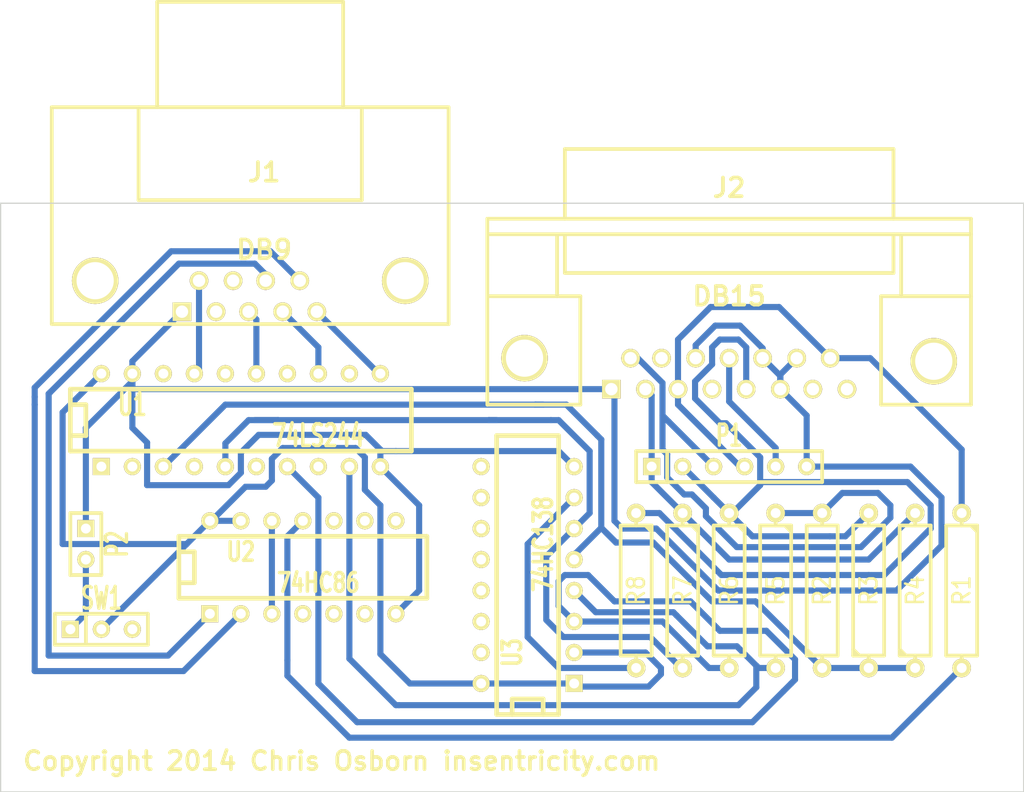
<source format=kicad_pcb>
(kicad_pcb (version 3) (host pcbnew "(2013-07-07 BZR 4022)-stable")

  (general
    (links 51)
    (no_connects 0)
    (area 91.389999 44.043599 175.310001 109.270001)
    (thickness 1.6)
    (drawings 5)
    (tracks 253)
    (zones 0)
    (modules 16)
    (nets 22)
  )

  (page A3)
  (layers
    (15 F.Cu signal)
    (0 B.Cu signal)
    (16 B.Adhes user)
    (17 F.Adhes user)
    (18 B.Paste user)
    (19 F.Paste user)
    (20 B.SilkS user)
    (21 F.SilkS user)
    (22 B.Mask user)
    (23 F.Mask user)
    (24 Dwgs.User user)
    (25 Cmts.User user)
    (26 Eco1.User user)
    (27 Eco2.User user)
    (28 Edge.Cuts user)
  )

  (setup
    (last_trace_width 0.5)
    (user_trace_width 0.5)
    (user_trace_width 0.7)
    (user_trace_width 1.27)
    (trace_clearance 0.254)
    (zone_clearance 0.508)
    (zone_45_only no)
    (trace_min 0.254)
    (segment_width 0.2)
    (edge_width 0.1)
    (via_size 0.889)
    (via_drill 0.635)
    (via_min_size 0.889)
    (via_min_drill 0.508)
    (user_via 1 0)
    (uvia_size 0.508)
    (uvia_drill 0.127)
    (uvias_allowed no)
    (uvia_min_size 0.508)
    (uvia_min_drill 0.127)
    (pcb_text_width 0.3)
    (pcb_text_size 1.5 1.5)
    (mod_edge_width 0.15)
    (mod_text_size 1 1)
    (mod_text_width 0.15)
    (pad_size 1.5 1.5)
    (pad_drill 0.6)
    (pad_to_mask_clearance 0)
    (aux_axis_origin 0 0)
    (visible_elements 7FFFFFFF)
    (pcbplotparams
      (layerselection 1)
      (usegerberextensions true)
      (excludeedgelayer true)
      (linewidth 0.150000)
      (plotframeref false)
      (viasonmask false)
      (mode 1)
      (useauxorigin false)
      (hpglpennumber 1)
      (hpglpenspeed 20)
      (hpglpendiameter 15)
      (hpglpenoverlay 2)
      (psnegative false)
      (psa4output false)
      (plotreference true)
      (plotvalue true)
      (plotothertext true)
      (plotinvisibletext false)
      (padsonsilk false)
      (subtractmaskfromsilk false)
      (outputformat 1)
      (mirror false)
      (drillshape 0)
      (scaleselection 1)
      (outputdirectory ""))
  )

  (net 0 "")
  (net 1 /B)
  (net 2 /Composite)
  (net 3 /G)
  (net 4 /HSYNC)
  (net 5 /Intensity)
  (net 6 /R)
  (net 7 /VSYNC)
  (net 8 GND)
  (net 9 N-000001)
  (net 10 N-0000011)
  (net 11 N-0000013)
  (net 12 N-0000014)
  (net 13 N-0000015)
  (net 14 N-000002)
  (net 15 N-0000023)
  (net 16 N-000004)
  (net 17 N-000005)
  (net 18 N-000006)
  (net 19 N-000007)
  (net 20 N-000008)
  (net 21 VCC)

  (net_class Default "This is the default net class."
    (clearance 0.254)
    (trace_width 0.254)
    (via_dia 0.889)
    (via_drill 0.635)
    (uvia_dia 0.508)
    (uvia_drill 0.127)
    (add_net "")
    (add_net /B)
    (add_net /Composite)
    (add_net /G)
    (add_net /HSYNC)
    (add_net /Intensity)
    (add_net /R)
    (add_net /VSYNC)
    (add_net GND)
    (add_net N-000001)
    (add_net N-0000011)
    (add_net N-0000013)
    (add_net N-0000014)
    (add_net N-0000015)
    (add_net N-000002)
    (add_net N-0000023)
    (add_net N-000004)
    (add_net N-000005)
    (add_net N-000006)
    (add_net N-000007)
    (add_net N-000008)
    (add_net VCC)
  )

  (module SIL-6 (layer F.Cu) (tedit 200000) (tstamp 53095415)
    (at 151.13 82.55)
    (descr "Connecteur 6 pins")
    (tags "CONN DEV")
    (path /53092E8D)
    (fp_text reference P1 (at 0 -2.54) (layer F.SilkS)
      (effects (font (size 1.72974 1.08712) (thickness 0.3048)))
    )
    (fp_text value CONN_6 (at 0 -2.54) (layer F.SilkS) hide
      (effects (font (size 1.524 1.016) (thickness 0.3048)))
    )
    (fp_line (start -7.62 1.27) (end -7.62 -1.27) (layer F.SilkS) (width 0.3048))
    (fp_line (start -7.62 -1.27) (end 7.62 -1.27) (layer F.SilkS) (width 0.3048))
    (fp_line (start 7.62 -1.27) (end 7.62 1.27) (layer F.SilkS) (width 0.3048))
    (fp_line (start 7.62 1.27) (end -7.62 1.27) (layer F.SilkS) (width 0.3048))
    (fp_line (start -5.08 1.27) (end -5.08 -1.27) (layer F.SilkS) (width 0.3048))
    (pad 1 thru_hole rect (at -6.35 0) (size 1.397 1.397) (drill 0.8128)
      (layers *.Cu *.Mask F.SilkS)
      (net 16 N-000004)
    )
    (pad 2 thru_hole circle (at -3.81 0) (size 1.397 1.397) (drill 0.8128)
      (layers *.Cu *.Mask F.SilkS)
      (net 19 N-000007)
    )
    (pad 3 thru_hole circle (at -1.27 0) (size 1.397 1.397) (drill 0.8128)
      (layers *.Cu *.Mask F.SilkS)
      (net 18 N-000006)
    )
    (pad 4 thru_hole circle (at 1.27 0) (size 1.397 1.397) (drill 0.8128)
      (layers *.Cu *.Mask F.SilkS)
      (net 9 N-000001)
    )
    (pad 5 thru_hole circle (at 3.81 0) (size 1.397 1.397) (drill 0.8128)
      (layers *.Cu *.Mask F.SilkS)
      (net 14 N-000002)
    )
    (pad 6 thru_hole circle (at 6.35 0) (size 1.397 1.397) (drill 0.8128)
      (layers *.Cu *.Mask F.SilkS)
      (net 8 GND)
    )
  )

  (module SIL-3 (layer F.Cu) (tedit 200000) (tstamp 53095421)
    (at 99.695 95.885)
    (descr "Connecteur 3 pins")
    (tags "CONN DEV")
    (path /53094DD2)
    (fp_text reference SW1 (at 0 -2.54) (layer F.SilkS)
      (effects (font (size 1.7907 1.07696) (thickness 0.3048)))
    )
    (fp_text value SPST (at 0 -2.54) (layer F.SilkS) hide
      (effects (font (size 1.524 1.016) (thickness 0.3048)))
    )
    (fp_line (start -3.81 1.27) (end -3.81 -1.27) (layer F.SilkS) (width 0.3048))
    (fp_line (start -3.81 -1.27) (end 3.81 -1.27) (layer F.SilkS) (width 0.3048))
    (fp_line (start 3.81 -1.27) (end 3.81 1.27) (layer F.SilkS) (width 0.3048))
    (fp_line (start 3.81 1.27) (end -3.81 1.27) (layer F.SilkS) (width 0.3048))
    (fp_line (start -1.27 -1.27) (end -1.27 1.27) (layer F.SilkS) (width 0.3048))
    (pad 1 thru_hole rect (at -2.54 0) (size 1.397 1.397) (drill 0.8128)
      (layers *.Cu *.Mask F.SilkS)
      (net 20 N-000008)
    )
    (pad 2 thru_hole circle (at 0 0) (size 1.397 1.397) (drill 0.8128)
      (layers *.Cu *.Mask F.SilkS)
      (net 21 VCC)
    )
    (pad 3 thru_hole circle (at 2.54 0) (size 1.397 1.397) (drill 0.8128)
      (layers *.Cu *.Mask F.SilkS)
    )
  )

  (module SIL-2 (layer F.Cu) (tedit 200000) (tstamp 5309542B)
    (at 98.425 88.9 270)
    (descr "Connecteurs 2 pins")
    (tags "CONN DEV")
    (path /53094DE5)
    (fp_text reference P2 (at 0 -2.54 270) (layer F.SilkS)
      (effects (font (size 1.72974 1.08712) (thickness 0.3048)))
    )
    (fp_text value CONN_2 (at 0 -2.54 270) (layer F.SilkS) hide
      (effects (font (size 1.524 1.016) (thickness 0.3048)))
    )
    (fp_line (start -2.54 1.27) (end -2.54 -1.27) (layer F.SilkS) (width 0.3048))
    (fp_line (start -2.54 -1.27) (end 2.54 -1.27) (layer F.SilkS) (width 0.3048))
    (fp_line (start 2.54 -1.27) (end 2.54 1.27) (layer F.SilkS) (width 0.3048))
    (fp_line (start 2.54 1.27) (end -2.54 1.27) (layer F.SilkS) (width 0.3048))
    (pad 1 thru_hole rect (at -1.27 0 270) (size 1.397 1.397) (drill 0.8128)
      (layers *.Cu *.Mask F.SilkS)
      (net 8 GND)
    )
    (pad 2 thru_hole circle (at 1.27 0 270) (size 1.397 1.397) (drill 0.8128)
      (layers *.Cu *.Mask F.SilkS)
      (net 20 N-000008)
    )
  )

  (module DB9FC (layer F.Cu) (tedit 200000) (tstamp 53095500)
    (at 111.76 68.58)
    (descr "Connecteur DB9 femelle couche")
    (tags "CONN DB9")
    (path /53092AE1)
    (fp_text reference J1 (at 1.27 -10.16) (layer F.SilkS)
      (effects (font (size 1.524 1.524) (thickness 0.3048)))
    )
    (fp_text value DB9 (at 1.27 -3.81) (layer F.SilkS)
      (effects (font (size 1.524 1.524) (thickness 0.3048)))
    )
    (fp_line (start -16.129 2.286) (end 16.383 2.286) (layer F.SilkS) (width 0.3048))
    (fp_line (start 16.383 2.286) (end 16.383 -15.494) (layer F.SilkS) (width 0.3048))
    (fp_line (start 16.383 -15.494) (end -16.129 -15.494) (layer F.SilkS) (width 0.3048))
    (fp_line (start -16.129 -15.494) (end -16.129 2.286) (layer F.SilkS) (width 0.3048))
    (fp_line (start -9.017 -15.494) (end -9.017 -7.874) (layer F.SilkS) (width 0.3048))
    (fp_line (start -9.017 -7.874) (end 9.271 -7.874) (layer F.SilkS) (width 0.3048))
    (fp_line (start 9.271 -7.874) (end 9.271 -15.494) (layer F.SilkS) (width 0.3048))
    (fp_line (start -7.493 -15.494) (end -7.493 -24.13) (layer F.SilkS) (width 0.3048))
    (fp_line (start -7.493 -24.13) (end 7.747 -24.13) (layer F.SilkS) (width 0.3048))
    (fp_line (start 7.747 -24.13) (end 7.747 -15.494) (layer F.SilkS) (width 0.3048))
    (pad "" thru_hole circle (at 12.827 -1.27) (size 3.81 3.81) (drill 3.048)
      (layers *.Cu *.Mask F.SilkS)
    )
    (pad "" thru_hole circle (at -12.573 -1.27) (size 3.81 3.81) (drill 3.048)
      (layers *.Cu *.Mask F.SilkS)
    )
    (pad 1 thru_hole rect (at -5.461 1.27) (size 1.524 1.524) (drill 1.016)
      (layers *.Cu *.Mask F.SilkS)
      (net 8 GND)
    )
    (pad 2 thru_hole circle (at -2.667 1.27) (size 1.524 1.524) (drill 1.016)
      (layers *.Cu *.Mask F.SilkS)
    )
    (pad 3 thru_hole circle (at 0 1.27) (size 1.524 1.524) (drill 1.016)
      (layers *.Cu *.Mask F.SilkS)
      (net 6 /R)
    )
    (pad 4 thru_hole circle (at 2.794 1.27) (size 1.524 1.524) (drill 1.016)
      (layers *.Cu *.Mask F.SilkS)
      (net 3 /G)
    )
    (pad 5 thru_hole circle (at 5.588 1.27) (size 1.524 1.524) (drill 1.016)
      (layers *.Cu *.Mask F.SilkS)
      (net 1 /B)
    )
    (pad 6 thru_hole circle (at -4.064 -1.27) (size 1.524 1.524) (drill 1.016)
      (layers *.Cu *.Mask F.SilkS)
      (net 5 /Intensity)
    )
    (pad 7 thru_hole circle (at -1.27 -1.27) (size 1.524 1.524) (drill 1.016)
      (layers *.Cu *.Mask F.SilkS)
    )
    (pad 8 thru_hole circle (at 1.397 -1.27) (size 1.524 1.524) (drill 1.016)
      (layers *.Cu *.Mask F.SilkS)
      (net 4 /HSYNC)
    )
    (pad 9 thru_hole circle (at 4.191 -1.27) (size 1.524 1.524) (drill 1.016)
      (layers *.Cu *.Mask F.SilkS)
      (net 7 /VSYNC)
    )
    (model conn_DBxx/db9_female_pin90deg.wrl
      (at (xyz 0 0 0))
      (scale (xyz 1 1 1))
      (rotate (xyz 0 0 0))
    )
  )

  (module DB15FC (layer F.Cu) (tedit 200000) (tstamp 53095528)
    (at 151.13 74.93)
    (descr "Connecteur DB15 femelle couche")
    (tags "CONN DB15")
    (path /53092E7E)
    (fp_text reference J2 (at 0 -15.24) (layer F.SilkS)
      (effects (font (size 1.524 1.524) (thickness 0.3048)))
    )
    (fp_text value DB15 (at 0 -6.35) (layer F.SilkS)
      (effects (font (size 1.524 1.524) (thickness 0.3048)))
    )
    (fp_line (start 19.812 -11.43) (end -19.812 -11.43) (layer F.SilkS) (width 0.3048))
    (fp_line (start 19.812 -12.7) (end -19.812 -12.7) (layer F.SilkS) (width 0.3048))
    (fp_line (start 13.462 -8.255) (end -13.462 -8.255) (layer F.SilkS) (width 0.3048))
    (fp_line (start -13.462 -18.415) (end 13.462 -18.415) (layer F.SilkS) (width 0.3048))
    (fp_line (start 13.462 -12.7) (end 13.462 -18.415) (layer F.SilkS) (width 0.3048))
    (fp_line (start 13.462 -8.255) (end 13.462 -11.43) (layer F.SilkS) (width 0.3048))
    (fp_line (start 14.097 -6.35) (end 14.097 -11.43) (layer F.SilkS) (width 0.3048))
    (fp_line (start 12.446 -6.35) (end 19.812 -6.35) (layer F.SilkS) (width 0.3048))
    (fp_line (start 12.446 2.54) (end 12.446 -6.35) (layer F.SilkS) (width 0.3048))
    (fp_line (start 19.812 2.54) (end 12.446 2.54) (layer F.SilkS) (width 0.3048))
    (fp_line (start 19.812 2.54) (end 19.812 -12.7) (layer F.SilkS) (width 0.3048))
    (fp_line (start -14.097 -11.43) (end -14.097 -6.35) (layer F.SilkS) (width 0.3048))
    (fp_line (start -12.192 -6.35) (end -12.192 2.54) (layer F.SilkS) (width 0.3048))
    (fp_line (start -19.812 2.54) (end -19.812 -11.43) (layer F.SilkS) (width 0.3048))
    (fp_line (start -19.812 -6.35) (end -12.192 -6.35) (layer F.SilkS) (width 0.3048))
    (fp_line (start -13.462 -8.255) (end -13.462 -11.43) (layer F.SilkS) (width 0.3048))
    (fp_line (start -13.462 -18.415) (end -13.462 -12.7) (layer F.SilkS) (width 0.3048))
    (fp_line (start -19.812 -12.7) (end -19.812 -11.43) (layer F.SilkS) (width 0.3048))
    (fp_line (start -19.812 2.54) (end -12.192 2.54) (layer F.SilkS) (width 0.3048))
    (pad "" thru_hole circle (at 16.764 -1.016) (size 3.81 3.81) (drill 3.048)
      (layers *.Cu *.Mask F.SilkS)
    )
    (pad "" thru_hole circle (at -16.764 -1.27) (size 3.81 3.81) (drill 3.048)
      (layers *.Cu *.Mask F.SilkS)
    )
    (pad 1 thru_hole rect (at -9.652 1.27) (size 1.524 1.524) (drill 1.016)
      (layers *.Cu *.Mask F.SilkS)
      (net 8 GND)
    )
    (pad 2 thru_hole circle (at -6.858 1.27) (size 1.524 1.524) (drill 1.016)
      (layers *.Cu *.Mask F.SilkS)
      (net 16 N-000004)
    )
    (pad 3 thru_hole circle (at -4.191 1.27) (size 1.524 1.524) (drill 1.016)
      (layers *.Cu *.Mask F.SilkS)
      (net 9 N-000001)
    )
    (pad 4 thru_hole circle (at -1.397 1.27) (size 1.524 1.524) (drill 1.016)
      (layers *.Cu *.Mask F.SilkS)
    )
    (pad 5 thru_hole circle (at 1.397 1.27) (size 1.524 1.524) (drill 1.016)
      (layers *.Cu *.Mask F.SilkS)
      (net 19 N-000007)
    )
    (pad 6 thru_hole circle (at 4.191 1.27) (size 1.524 1.524) (drill 1.016)
      (layers *.Cu *.Mask F.SilkS)
      (net 8 GND)
    )
    (pad 7 thru_hole circle (at 6.858 1.27) (size 1.524 1.524) (drill 1.016)
      (layers *.Cu *.Mask F.SilkS)
    )
    (pad 8 thru_hole circle (at 9.652 1.27) (size 1.524 1.524) (drill 1.016)
      (layers *.Cu *.Mask F.SilkS)
    )
    (pad 9 thru_hole circle (at -8.0772 -1.27) (size 1.524 1.524) (drill 1.016)
      (layers *.Cu *.Mask F.SilkS)
      (net 18 N-000006)
    )
    (pad 10 thru_hole circle (at -5.5372 -1.27) (size 1.524 1.524) (drill 1.016)
      (layers *.Cu *.Mask F.SilkS)
    )
    (pad 11 thru_hole circle (at -2.7432 -1.27) (size 1.524 1.524) (drill 1.016)
      (layers *.Cu *.Mask F.SilkS)
      (net 8 GND)
    )
    (pad 12 thru_hole circle (at 0 -1.27) (size 1.524 1.524) (drill 1.016)
      (layers *.Cu *.Mask F.SilkS)
      (net 14 N-000002)
    )
    (pad 13 thru_hole circle (at 2.7432 -1.27) (size 1.524 1.524) (drill 1.016)
      (layers *.Cu *.Mask F.SilkS)
      (net 8 GND)
    )
    (pad 14 thru_hole circle (at 5.5372 -1.27) (size 1.524 1.524) (drill 1.016)
      (layers *.Cu *.Mask F.SilkS)
      (net 8 GND)
    )
    (pad 15 thru_hole circle (at 8.2804 -1.27) (size 1.524 1.524) (drill 1.016)
      (layers *.Cu *.Mask F.SilkS)
      (net 9 N-000001)
    )
    (model conn_DBxx/db15_female_pin90deg.wrl
      (at (xyz 0 0 0))
      (scale (xyz 1 1 1))
      (rotate (xyz 0 0 0))
    )
  )

  (module R5 (layer F.Cu) (tedit 200000) (tstamp 53095438)
    (at 154.94 92.71 270)
    (descr "Resistance 5 pas")
    (tags R)
    (path /530921B3)
    (autoplace_cost180 10)
    (fp_text reference R5 (at 0 0 270) (layer F.SilkS)
      (effects (font (size 1.397 1.27) (thickness 0.2032)))
    )
    (fp_text value 470 (at 0 0 270) (layer F.SilkS) hide
      (effects (font (size 1.397 1.27) (thickness 0.2032)))
    )
    (fp_line (start -6.35 0) (end -5.334 0) (layer F.SilkS) (width 0.3048))
    (fp_line (start 6.35 0) (end 5.334 0) (layer F.SilkS) (width 0.3048))
    (fp_line (start 5.334 -1.27) (end 5.334 1.27) (layer F.SilkS) (width 0.3048))
    (fp_line (start 5.334 1.27) (end -5.334 1.27) (layer F.SilkS) (width 0.3048))
    (fp_line (start -5.334 1.27) (end -5.334 -1.27) (layer F.SilkS) (width 0.3048))
    (fp_line (start -5.334 -1.27) (end 5.334 -1.27) (layer F.SilkS) (width 0.3048))
    (fp_line (start -5.334 -0.762) (end -4.826 -1.27) (layer F.SilkS) (width 0.3048))
    (pad 1 thru_hole circle (at -6.35 0 270) (size 1.524 1.524) (drill 0.8128)
      (layers *.Cu *.Mask F.SilkS)
      (net 18 N-000006)
    )
    (pad 2 thru_hole circle (at 6.35 0 270) (size 1.524 1.524) (drill 0.8128)
      (layers *.Cu *.Mask F.SilkS)
      (net 13 N-0000015)
    )
    (model discret/resistor.wrl
      (at (xyz 0 0 0))
      (scale (xyz 0.5 0.5 0.5))
      (rotate (xyz 0 0 0))
    )
  )

  (module R5 (layer F.Cu) (tedit 200000) (tstamp 53095445)
    (at 151.13 92.71 270)
    (descr "Resistance 5 pas")
    (tags R)
    (path /530921C9)
    (autoplace_cost180 10)
    (fp_text reference R6 (at 0 0 270) (layer F.SilkS)
      (effects (font (size 1.397 1.27) (thickness 0.2032)))
    )
    (fp_text value 470 (at 0 0 270) (layer F.SilkS) hide
      (effects (font (size 1.397 1.27) (thickness 0.2032)))
    )
    (fp_line (start -6.35 0) (end -5.334 0) (layer F.SilkS) (width 0.3048))
    (fp_line (start 6.35 0) (end 5.334 0) (layer F.SilkS) (width 0.3048))
    (fp_line (start 5.334 -1.27) (end 5.334 1.27) (layer F.SilkS) (width 0.3048))
    (fp_line (start 5.334 1.27) (end -5.334 1.27) (layer F.SilkS) (width 0.3048))
    (fp_line (start -5.334 1.27) (end -5.334 -1.27) (layer F.SilkS) (width 0.3048))
    (fp_line (start -5.334 -1.27) (end 5.334 -1.27) (layer F.SilkS) (width 0.3048))
    (fp_line (start -5.334 -0.762) (end -4.826 -1.27) (layer F.SilkS) (width 0.3048))
    (pad 1 thru_hole circle (at -6.35 0 270) (size 1.524 1.524) (drill 0.8128)
      (layers *.Cu *.Mask F.SilkS)
      (net 19 N-000007)
    )
    (pad 2 thru_hole circle (at 6.35 0 270) (size 1.524 1.524) (drill 0.8128)
      (layers *.Cu *.Mask F.SilkS)
      (net 12 N-0000014)
    )
    (model discret/resistor.wrl
      (at (xyz 0 0 0))
      (scale (xyz 0.5 0.5 0.5))
      (rotate (xyz 0 0 0))
    )
  )

  (module R5 (layer F.Cu) (tedit 200000) (tstamp 53095452)
    (at 147.32 92.71 270)
    (descr "Resistance 5 pas")
    (tags R)
    (path /530921D8)
    (autoplace_cost180 10)
    (fp_text reference R7 (at 0 0 270) (layer F.SilkS)
      (effects (font (size 1.397 1.27) (thickness 0.2032)))
    )
    (fp_text value 470 (at 0 0 270) (layer F.SilkS) hide
      (effects (font (size 1.397 1.27) (thickness 0.2032)))
    )
    (fp_line (start -6.35 0) (end -5.334 0) (layer F.SilkS) (width 0.3048))
    (fp_line (start 6.35 0) (end 5.334 0) (layer F.SilkS) (width 0.3048))
    (fp_line (start 5.334 -1.27) (end 5.334 1.27) (layer F.SilkS) (width 0.3048))
    (fp_line (start 5.334 1.27) (end -5.334 1.27) (layer F.SilkS) (width 0.3048))
    (fp_line (start -5.334 1.27) (end -5.334 -1.27) (layer F.SilkS) (width 0.3048))
    (fp_line (start -5.334 -1.27) (end 5.334 -1.27) (layer F.SilkS) (width 0.3048))
    (fp_line (start -5.334 -0.762) (end -4.826 -1.27) (layer F.SilkS) (width 0.3048))
    (pad 1 thru_hole circle (at -6.35 0 270) (size 1.524 1.524) (drill 0.8128)
      (layers *.Cu *.Mask F.SilkS)
      (net 16 N-000004)
    )
    (pad 2 thru_hole circle (at 6.35 0 270) (size 1.524 1.524) (drill 0.8128)
      (layers *.Cu *.Mask F.SilkS)
      (net 11 N-0000013)
    )
    (model discret/resistor.wrl
      (at (xyz 0 0 0))
      (scale (xyz 0.5 0.5 0.5))
      (rotate (xyz 0 0 0))
    )
  )

  (module R5 (layer F.Cu) (tedit 200000) (tstamp 5309545F)
    (at 158.75 92.71 90)
    (descr "Resistance 5 pas")
    (tags R)
    (path /530922A4)
    (autoplace_cost180 10)
    (fp_text reference R2 (at 0 0 90) (layer F.SilkS)
      (effects (font (size 1.397 1.27) (thickness 0.2032)))
    )
    (fp_text value 1.5k (at 0 0 90) (layer F.SilkS) hide
      (effects (font (size 1.397 1.27) (thickness 0.2032)))
    )
    (fp_line (start -6.35 0) (end -5.334 0) (layer F.SilkS) (width 0.3048))
    (fp_line (start 6.35 0) (end 5.334 0) (layer F.SilkS) (width 0.3048))
    (fp_line (start 5.334 -1.27) (end 5.334 1.27) (layer F.SilkS) (width 0.3048))
    (fp_line (start 5.334 1.27) (end -5.334 1.27) (layer F.SilkS) (width 0.3048))
    (fp_line (start -5.334 1.27) (end -5.334 -1.27) (layer F.SilkS) (width 0.3048))
    (fp_line (start -5.334 -1.27) (end 5.334 -1.27) (layer F.SilkS) (width 0.3048))
    (fp_line (start -5.334 -0.762) (end -4.826 -1.27) (layer F.SilkS) (width 0.3048))
    (pad 1 thru_hole circle (at -6.35 0 90) (size 1.524 1.524) (drill 0.8128)
      (layers *.Cu *.Mask F.SilkS)
      (net 15 N-0000023)
    )
    (pad 2 thru_hole circle (at 6.35 0 90) (size 1.524 1.524) (drill 0.8128)
      (layers *.Cu *.Mask F.SilkS)
      (net 18 N-000006)
    )
    (model discret/resistor.wrl
      (at (xyz 0 0 0))
      (scale (xyz 0.5 0.5 0.5))
      (rotate (xyz 0 0 0))
    )
  )

  (module R5 (layer F.Cu) (tedit 53098EC5) (tstamp 5309546C)
    (at 162.56 92.71 90)
    (descr "Resistance 5 pas")
    (tags R)
    (path /530922B3)
    (autoplace_cost180 10)
    (fp_text reference R3 (at 0 0 90) (layer F.SilkS)
      (effects (font (size 1.397 1.27) (thickness 0.2032)))
    )
    (fp_text value 1.5k (at 0 0 90) (layer F.SilkS) hide
      (effects (font (size 1.397 1.27) (thickness 0.2032)))
    )
    (fp_line (start -6.35 0) (end -5.334 0) (layer F.SilkS) (width 0.3048))
    (fp_line (start 6.35 0) (end 5.334 0) (layer F.SilkS) (width 0.3048))
    (fp_line (start 5.334 -1.27) (end 5.334 1.27) (layer F.SilkS) (width 0.3048))
    (fp_line (start 5.334 1.27) (end -5.334 1.27) (layer F.SilkS) (width 0.3048))
    (fp_line (start -5.334 1.27) (end -5.334 -1.27) (layer F.SilkS) (width 0.3048))
    (fp_line (start -5.334 -1.27) (end 5.334 -1.27) (layer F.SilkS) (width 0.3048))
    (fp_line (start -5.334 -0.762) (end -4.826 -1.27) (layer F.SilkS) (width 0.3048))
    (pad 1 thru_hole circle (at -6.35 0 90) (size 1.524 1.524) (drill 0.8128)
      (layers *.Cu *.Mask F.SilkS)
      (net 15 N-0000023)
    )
    (pad 2 thru_hole circle (at 6.35 0 90) (size 1.524 1.524) (drill 0.8128)
      (layers *.Cu *.Mask F.SilkS)
      (net 19 N-000007)
    )
    (model discret/resistor.wrl
      (at (xyz 0 0 0))
      (scale (xyz 0.5 0.5 0.5))
      (rotate (xyz 0 0 0))
    )
  )

  (module R5 (layer F.Cu) (tedit 200000) (tstamp 53095479)
    (at 166.37 92.71 90)
    (descr "Resistance 5 pas")
    (tags R)
    (path /530922C2)
    (autoplace_cost180 10)
    (fp_text reference R4 (at 0 0 90) (layer F.SilkS)
      (effects (font (size 1.397 1.27) (thickness 0.2032)))
    )
    (fp_text value 1.5k (at 0 0 90) (layer F.SilkS) hide
      (effects (font (size 1.397 1.27) (thickness 0.2032)))
    )
    (fp_line (start -6.35 0) (end -5.334 0) (layer F.SilkS) (width 0.3048))
    (fp_line (start 6.35 0) (end 5.334 0) (layer F.SilkS) (width 0.3048))
    (fp_line (start 5.334 -1.27) (end 5.334 1.27) (layer F.SilkS) (width 0.3048))
    (fp_line (start 5.334 1.27) (end -5.334 1.27) (layer F.SilkS) (width 0.3048))
    (fp_line (start -5.334 1.27) (end -5.334 -1.27) (layer F.SilkS) (width 0.3048))
    (fp_line (start -5.334 -1.27) (end 5.334 -1.27) (layer F.SilkS) (width 0.3048))
    (fp_line (start -5.334 -0.762) (end -4.826 -1.27) (layer F.SilkS) (width 0.3048))
    (pad 1 thru_hole circle (at -6.35 0 90) (size 1.524 1.524) (drill 0.8128)
      (layers *.Cu *.Mask F.SilkS)
      (net 15 N-0000023)
    )
    (pad 2 thru_hole circle (at 6.35 0 90) (size 1.524 1.524) (drill 0.8128)
      (layers *.Cu *.Mask F.SilkS)
      (net 16 N-000004)
    )
    (model discret/resistor.wrl
      (at (xyz 0 0 0))
      (scale (xyz 0.5 0.5 0.5))
      (rotate (xyz 0 0 0))
    )
  )

  (module R5 (layer F.Cu) (tedit 200000) (tstamp 53095486)
    (at 143.51 92.71 270)
    (descr "Resistance 5 pas")
    (tags R)
    (path /530922D1)
    (autoplace_cost180 10)
    (fp_text reference R8 (at 0 0 270) (layer F.SilkS)
      (effects (font (size 1.397 1.27) (thickness 0.2032)))
    )
    (fp_text value 2k (at 0 0 270) (layer F.SilkS) hide
      (effects (font (size 1.397 1.27) (thickness 0.2032)))
    )
    (fp_line (start -6.35 0) (end -5.334 0) (layer F.SilkS) (width 0.3048))
    (fp_line (start 6.35 0) (end 5.334 0) (layer F.SilkS) (width 0.3048))
    (fp_line (start 5.334 -1.27) (end 5.334 1.27) (layer F.SilkS) (width 0.3048))
    (fp_line (start 5.334 1.27) (end -5.334 1.27) (layer F.SilkS) (width 0.3048))
    (fp_line (start -5.334 1.27) (end -5.334 -1.27) (layer F.SilkS) (width 0.3048))
    (fp_line (start -5.334 -1.27) (end 5.334 -1.27) (layer F.SilkS) (width 0.3048))
    (fp_line (start -5.334 -0.762) (end -4.826 -1.27) (layer F.SilkS) (width 0.3048))
    (pad 1 thru_hole circle (at -6.35 0 270) (size 1.524 1.524) (drill 0.8128)
      (layers *.Cu *.Mask F.SilkS)
      (net 19 N-000007)
    )
    (pad 2 thru_hole circle (at 6.35 0 270) (size 1.524 1.524) (drill 0.8128)
      (layers *.Cu *.Mask F.SilkS)
      (net 17 N-000005)
    )
    (model discret/resistor.wrl
      (at (xyz 0 0 0))
      (scale (xyz 0.5 0.5 0.5))
      (rotate (xyz 0 0 0))
    )
  )

  (module R5 (layer F.Cu) (tedit 200000) (tstamp 53095493)
    (at 170.18 92.71 270)
    (descr "Resistance 5 pas")
    (tags R)
    (path /530922E0)
    (autoplace_cost180 10)
    (fp_text reference R1 (at 0 0 270) (layer F.SilkS)
      (effects (font (size 1.397 1.27) (thickness 0.2032)))
    )
    (fp_text value 1k (at 0 0 270) (layer F.SilkS) hide
      (effects (font (size 1.397 1.27) (thickness 0.2032)))
    )
    (fp_line (start -6.35 0) (end -5.334 0) (layer F.SilkS) (width 0.3048))
    (fp_line (start 6.35 0) (end 5.334 0) (layer F.SilkS) (width 0.3048))
    (fp_line (start 5.334 -1.27) (end 5.334 1.27) (layer F.SilkS) (width 0.3048))
    (fp_line (start 5.334 1.27) (end -5.334 1.27) (layer F.SilkS) (width 0.3048))
    (fp_line (start -5.334 1.27) (end -5.334 -1.27) (layer F.SilkS) (width 0.3048))
    (fp_line (start -5.334 -1.27) (end 5.334 -1.27) (layer F.SilkS) (width 0.3048))
    (fp_line (start -5.334 -0.762) (end -4.826 -1.27) (layer F.SilkS) (width 0.3048))
    (pad 1 thru_hole circle (at -6.35 0 270) (size 1.524 1.524) (drill 0.8128)
      (layers *.Cu *.Mask F.SilkS)
      (net 9 N-000001)
    )
    (pad 2 thru_hole circle (at 6.35 0 270) (size 1.524 1.524) (drill 0.8128)
      (layers *.Cu *.Mask F.SilkS)
      (net 2 /Composite)
    )
    (model discret/resistor.wrl
      (at (xyz 0 0 0))
      (scale (xyz 0.5 0.5 0.5))
      (rotate (xyz 0 0 0))
    )
  )

  (module DIP-20__300 (layer F.Cu) (tedit 200000) (tstamp 530954B2)
    (at 111.125 78.74)
    (descr "20 pins DIL package, round pads")
    (tags DIL)
    (path /53092024)
    (fp_text reference U1 (at -8.89 -1.27) (layer F.SilkS)
      (effects (font (size 1.778 1.143) (thickness 0.3048)))
    )
    (fp_text value 74LS244 (at 6.35 1.27) (layer F.SilkS)
      (effects (font (size 1.778 1.143) (thickness 0.3048)))
    )
    (fp_line (start -13.97 -1.27) (end -12.7 -1.27) (layer F.SilkS) (width 0.381))
    (fp_line (start -12.7 -1.27) (end -12.7 1.27) (layer F.SilkS) (width 0.381))
    (fp_line (start -12.7 1.27) (end -13.97 1.27) (layer F.SilkS) (width 0.381))
    (fp_line (start -13.97 -2.54) (end 13.97 -2.54) (layer F.SilkS) (width 0.381))
    (fp_line (start 13.97 -2.54) (end 13.97 2.54) (layer F.SilkS) (width 0.381))
    (fp_line (start 13.97 2.54) (end -13.97 2.54) (layer F.SilkS) (width 0.381))
    (fp_line (start -13.97 2.54) (end -13.97 -2.54) (layer F.SilkS) (width 0.381))
    (pad 1 thru_hole rect (at -11.43 3.81) (size 1.397 1.397) (drill 0.8128)
      (layers *.Cu *.Mask F.SilkS)
    )
    (pad 2 thru_hole circle (at -8.89 3.81) (size 1.397 1.397) (drill 0.8128)
      (layers *.Cu *.Mask F.SilkS)
    )
    (pad 3 thru_hole circle (at -6.35 3.81) (size 1.397 1.397) (drill 0.8128)
      (layers *.Cu *.Mask F.SilkS)
      (net 15 N-0000023)
    )
    (pad 4 thru_hole circle (at -3.81 3.81) (size 1.397 1.397) (drill 0.8128)
      (layers *.Cu *.Mask F.SilkS)
    )
    (pad 5 thru_hole circle (at -1.27 3.81) (size 1.397 1.397) (drill 0.8128)
      (layers *.Cu *.Mask F.SilkS)
      (net 11 N-0000013)
    )
    (pad 6 thru_hole circle (at 1.27 3.81) (size 1.397 1.397) (drill 0.8128)
      (layers *.Cu *.Mask F.SilkS)
    )
    (pad 7 thru_hole circle (at 3.81 3.81) (size 1.397 1.397) (drill 0.8128)
      (layers *.Cu *.Mask F.SilkS)
      (net 12 N-0000014)
    )
    (pad 8 thru_hole circle (at 6.35 3.81) (size 1.397 1.397) (drill 0.8128)
      (layers *.Cu *.Mask F.SilkS)
    )
    (pad 9 thru_hole circle (at 8.89 3.81) (size 1.397 1.397) (drill 0.8128)
      (layers *.Cu *.Mask F.SilkS)
      (net 13 N-0000015)
    )
    (pad 10 thru_hole circle (at 11.43 3.81) (size 1.397 1.397) (drill 0.8128)
      (layers *.Cu *.Mask F.SilkS)
      (net 8 GND)
    )
    (pad 11 thru_hole circle (at 11.43 -3.81) (size 1.397 1.397) (drill 0.8128)
      (layers *.Cu *.Mask F.SilkS)
      (net 1 /B)
    )
    (pad 12 thru_hole circle (at 8.89 -3.81) (size 1.397 1.397) (drill 0.8128)
      (layers *.Cu *.Mask F.SilkS)
    )
    (pad 13 thru_hole circle (at 6.35 -3.81) (size 1.397 1.397) (drill 0.8128)
      (layers *.Cu *.Mask F.SilkS)
      (net 3 /G)
    )
    (pad 14 thru_hole circle (at 3.81 -3.81) (size 1.397 1.397) (drill 0.8128)
      (layers *.Cu *.Mask F.SilkS)
    )
    (pad 15 thru_hole circle (at 1.27 -3.81) (size 1.397 1.397) (drill 0.8128)
      (layers *.Cu *.Mask F.SilkS)
      (net 6 /R)
    )
    (pad 16 thru_hole circle (at -1.27 -3.81) (size 1.397 1.397) (drill 0.8128)
      (layers *.Cu *.Mask F.SilkS)
    )
    (pad 17 thru_hole circle (at -3.81 -3.81) (size 1.397 1.397) (drill 0.8128)
      (layers *.Cu *.Mask F.SilkS)
      (net 5 /Intensity)
    )
    (pad 18 thru_hole circle (at -6.35 -3.81) (size 1.397 1.397) (drill 0.8128)
      (layers *.Cu *.Mask F.SilkS)
    )
    (pad 19 thru_hole circle (at -8.89 -3.81) (size 1.397 1.397) (drill 0.8128)
      (layers *.Cu *.Mask F.SilkS)
      (net 8 GND)
    )
    (pad 20 thru_hole circle (at -11.43 -3.81) (size 1.397 1.397) (drill 0.8128)
      (layers *.Cu *.Mask F.SilkS)
      (net 21 VCC)
    )
    (model dil/dil_20.wrl
      (at (xyz 0 0 0))
      (scale (xyz 1 1 1))
      (rotate (xyz 0 0 0))
    )
  )

  (module DIP-16__300 (layer F.Cu) (tedit 200000) (tstamp 530954CE)
    (at 134.62 91.44 90)
    (descr "16 pins DIL package, round pads")
    (tags DIL)
    (path /53092071)
    (fp_text reference U3 (at -6.35 -1.27 90) (layer F.SilkS)
      (effects (font (size 1.524 1.143) (thickness 0.3048)))
    )
    (fp_text value 74HC138 (at 2.54 1.27 90) (layer F.SilkS)
      (effects (font (size 1.524 1.143) (thickness 0.3048)))
    )
    (fp_line (start -11.43 -1.27) (end -11.43 -1.27) (layer F.SilkS) (width 0.381))
    (fp_line (start -11.43 -1.27) (end -10.16 -1.27) (layer F.SilkS) (width 0.381))
    (fp_line (start -10.16 -1.27) (end -10.16 1.27) (layer F.SilkS) (width 0.381))
    (fp_line (start -10.16 1.27) (end -11.43 1.27) (layer F.SilkS) (width 0.381))
    (fp_line (start -11.43 -2.54) (end 11.43 -2.54) (layer F.SilkS) (width 0.381))
    (fp_line (start 11.43 -2.54) (end 11.43 2.54) (layer F.SilkS) (width 0.381))
    (fp_line (start 11.43 2.54) (end -11.43 2.54) (layer F.SilkS) (width 0.381))
    (fp_line (start -11.43 2.54) (end -11.43 -2.54) (layer F.SilkS) (width 0.381))
    (pad 1 thru_hole rect (at -8.89 3.81 90) (size 1.397 1.397) (drill 0.8128)
      (layers *.Cu *.Mask F.SilkS)
      (net 21 VCC)
    )
    (pad 2 thru_hole circle (at -6.35 3.81 90) (size 1.397 1.397) (drill 0.8128)
      (layers *.Cu *.Mask F.SilkS)
      (net 21 VCC)
    )
    (pad 3 thru_hole circle (at -3.81 3.81 90) (size 1.397 1.397) (drill 0.8128)
      (layers *.Cu *.Mask F.SilkS)
      (net 12 N-0000014)
    )
    (pad 4 thru_hole circle (at -1.27 3.81 90) (size 1.397 1.397) (drill 0.8128)
      (layers *.Cu *.Mask F.SilkS)
      (net 13 N-0000015)
    )
    (pad 5 thru_hole circle (at 1.27 3.81 90) (size 1.397 1.397) (drill 0.8128)
      (layers *.Cu *.Mask F.SilkS)
      (net 15 N-0000023)
    )
    (pad 6 thru_hole circle (at 3.81 3.81 90) (size 1.397 1.397) (drill 0.8128)
      (layers *.Cu *.Mask F.SilkS)
      (net 11 N-0000013)
    )
    (pad 7 thru_hole circle (at 6.35 3.81 90) (size 1.397 1.397) (drill 0.8128)
      (layers *.Cu *.Mask F.SilkS)
      (net 17 N-000005)
    )
    (pad 8 thru_hole circle (at 8.89 3.81 90) (size 1.397 1.397) (drill 0.8128)
      (layers *.Cu *.Mask F.SilkS)
      (net 8 GND)
    )
    (pad 9 thru_hole circle (at 8.89 -3.81 90) (size 1.397 1.397) (drill 0.8128)
      (layers *.Cu *.Mask F.SilkS)
    )
    (pad 10 thru_hole circle (at 6.35 -3.81 90) (size 1.397 1.397) (drill 0.8128)
      (layers *.Cu *.Mask F.SilkS)
    )
    (pad 11 thru_hole circle (at 3.81 -3.81 90) (size 1.397 1.397) (drill 0.8128)
      (layers *.Cu *.Mask F.SilkS)
    )
    (pad 12 thru_hole circle (at 1.27 -3.81 90) (size 1.397 1.397) (drill 0.8128)
      (layers *.Cu *.Mask F.SilkS)
    )
    (pad 13 thru_hole circle (at -1.27 -3.81 90) (size 1.397 1.397) (drill 0.8128)
      (layers *.Cu *.Mask F.SilkS)
    )
    (pad 14 thru_hole circle (at -3.81 -3.81 90) (size 1.397 1.397) (drill 0.8128)
      (layers *.Cu *.Mask F.SilkS)
    )
    (pad 15 thru_hole circle (at -6.35 -3.81 90) (size 1.397 1.397) (drill 0.8128)
      (layers *.Cu *.Mask F.SilkS)
    )
    (pad 16 thru_hole circle (at -8.89 -3.81 90) (size 1.397 1.397) (drill 0.8128)
      (layers *.Cu *.Mask F.SilkS)
      (net 21 VCC)
    )
    (model dil/dil_16.wrl
      (at (xyz 0 0 0))
      (scale (xyz 1 1 1))
      (rotate (xyz 0 0 0))
    )
  )

  (module DIP-14__300 (layer F.Cu) (tedit 200000) (tstamp 530954E7)
    (at 116.205 90.805)
    (descr "14 pins DIL package, round pads")
    (tags DIL)
    (path /5324BCE8)
    (fp_text reference U2 (at -5.08 -1.27) (layer F.SilkS)
      (effects (font (size 1.524 1.143) (thickness 0.3048)))
    )
    (fp_text value 74HC86 (at 1.27 1.27) (layer F.SilkS)
      (effects (font (size 1.524 1.143) (thickness 0.3048)))
    )
    (fp_line (start -10.16 -2.54) (end 10.16 -2.54) (layer F.SilkS) (width 0.381))
    (fp_line (start 10.16 2.54) (end -10.16 2.54) (layer F.SilkS) (width 0.381))
    (fp_line (start -10.16 2.54) (end -10.16 -2.54) (layer F.SilkS) (width 0.381))
    (fp_line (start -10.16 -1.27) (end -8.89 -1.27) (layer F.SilkS) (width 0.381))
    (fp_line (start -8.89 -1.27) (end -8.89 1.27) (layer F.SilkS) (width 0.381))
    (fp_line (start -8.89 1.27) (end -10.16 1.27) (layer F.SilkS) (width 0.381))
    (fp_line (start 10.16 -2.54) (end 10.16 2.54) (layer F.SilkS) (width 0.381))
    (pad 1 thru_hole rect (at -7.62 3.81) (size 1.397 1.397) (drill 0.8128)
      (layers *.Cu *.Mask F.SilkS)
      (net 4 /HSYNC)
    )
    (pad 2 thru_hole circle (at -5.08 3.81) (size 1.397 1.397) (drill 0.8128)
      (layers *.Cu *.Mask F.SilkS)
      (net 7 /VSYNC)
    )
    (pad 3 thru_hole circle (at -2.54 3.81) (size 1.397 1.397) (drill 0.8128)
      (layers *.Cu *.Mask F.SilkS)
      (net 10 N-0000011)
    )
    (pad 4 thru_hole circle (at 0 3.81) (size 1.397 1.397) (drill 0.8128)
      (layers *.Cu *.Mask F.SilkS)
    )
    (pad 5 thru_hole circle (at 2.54 3.81) (size 1.397 1.397) (drill 0.8128)
      (layers *.Cu *.Mask F.SilkS)
    )
    (pad 6 thru_hole circle (at 5.08 3.81) (size 1.397 1.397) (drill 0.8128)
      (layers *.Cu *.Mask F.SilkS)
    )
    (pad 7 thru_hole circle (at 7.62 3.81) (size 1.397 1.397) (drill 0.8128)
      (layers *.Cu *.Mask F.SilkS)
      (net 8 GND)
    )
    (pad 8 thru_hole circle (at 7.62 -3.81) (size 1.397 1.397) (drill 0.8128)
      (layers *.Cu *.Mask F.SilkS)
    )
    (pad 9 thru_hole circle (at 5.08 -3.81) (size 1.397 1.397) (drill 0.8128)
      (layers *.Cu *.Mask F.SilkS)
    )
    (pad 10 thru_hole circle (at 2.54 -3.81) (size 1.397 1.397) (drill 0.8128)
      (layers *.Cu *.Mask F.SilkS)
    )
    (pad 11 thru_hole circle (at 0 -3.81) (size 1.397 1.397) (drill 0.8128)
      (layers *.Cu *.Mask F.SilkS)
      (net 2 /Composite)
    )
    (pad 12 thru_hole circle (at -2.54 -3.81) (size 1.397 1.397) (drill 0.8128)
      (layers *.Cu *.Mask F.SilkS)
      (net 10 N-0000011)
    )
    (pad 13 thru_hole circle (at -5.08 -3.81) (size 1.397 1.397) (drill 0.8128)
      (layers *.Cu *.Mask F.SilkS)
      (net 21 VCC)
    )
    (pad 14 thru_hole circle (at -7.62 -3.81) (size 1.397 1.397) (drill 0.8128)
      (layers *.Cu *.Mask F.SilkS)
      (net 21 VCC)
    )
    (model dil/dil_14.wrl
      (at (xyz 0 0 0))
      (scale (xyz 1 1 1))
      (rotate (xyz 0 0 0))
    )
  )

  (gr_text "Copyright 2014 Chris Osborn insentricity.com" (at 119.38 106.68) (layer F.SilkS)
    (effects (font (size 1.5 1.5) (thickness 0.3)))
  )
  (gr_line (start 91.44 109.22) (end 91.44 60.96) (angle 90) (layer Edge.Cuts) (width 0.1))
  (gr_line (start 175.26 109.22) (end 91.44 109.22) (angle 90) (layer Edge.Cuts) (width 0.1))
  (gr_line (start 175.26 60.96) (end 175.26 109.22) (angle 90) (layer Edge.Cuts) (width 0.1))
  (gr_line (start 91.44 60.96) (end 175.26 60.96) (angle 90) (layer Edge.Cuts) (width 0.1))

  (segment (start 122.555 74.93) (end 122.428 74.93) (width 0.5) (layer B.Cu) (net 1))
  (segment (start 122.428 74.93) (end 117.348 69.85) (width 0.5) (layer B.Cu) (net 1) (tstamp 5313B6BF))
  (segment (start 116.205 86.995) (end 114.935 88.265) (width 0.5) (layer B.Cu) (net 2))
  (segment (start 164.465 104.775) (end 170.18 99.06) (width 0.5) (layer B.Cu) (net 2) (tstamp 5324C135))
  (segment (start 120.015 104.775) (end 164.465 104.775) (width 0.5) (layer B.Cu) (net 2) (tstamp 5324C130))
  (segment (start 114.935 99.695) (end 120.015 104.775) (width 0.5) (layer B.Cu) (net 2) (tstamp 5324C12E))
  (segment (start 114.935 98.425) (end 114.935 99.695) (width 0.5) (layer B.Cu) (net 2) (tstamp 5324C12B))
  (segment (start 114.935 88.265) (end 114.935 98.425) (width 0.5) (layer B.Cu) (net 2) (tstamp 5324C128))
  (segment (start 117.475 74.93) (end 117.475 72.771) (width 0.5) (layer B.Cu) (net 3))
  (segment (start 117.475 72.771) (end 114.554 69.85) (width 0.5) (layer B.Cu) (net 3) (tstamp 5313B6BB))
  (segment (start 95.377 98.044) (end 95.377 76.581) (width 0.5) (layer B.Cu) (net 4))
  (segment (start 95.377 76.581) (end 95.504 76.454) (width 0.5) (layer B.Cu) (net 4) (tstamp 5313DC13))
  (segment (start 105.156 98.044) (end 95.377 98.044) (width 0.5) (layer B.Cu) (net 4))
  (segment (start 112.268 65.913) (end 106.045 65.913) (width 0.5) (layer B.Cu) (net 4))
  (segment (start 95.504 76.454) (end 106.045 65.913) (width 0.5) (layer B.Cu) (net 4) (tstamp 5313DC16))
  (segment (start 113.157 67.31) (end 113.157 66.802) (width 0.5) (layer B.Cu) (net 4))
  (segment (start 113.157 66.802) (end 112.268 65.913) (width 0.5) (layer B.Cu) (net 4) (tstamp 5313B6C7))
  (segment (start 105.156 98.044) (end 108.585 94.615) (width 0.5) (layer B.Cu) (net 4) (tstamp 5313DC02))
  (segment (start 107.696 67.31) (end 107.696 74.549) (width 0.5) (layer B.Cu) (net 5))
  (segment (start 107.696 74.549) (end 107.315 74.93) (width 0.5) (layer B.Cu) (net 5) (tstamp 5313B722))
  (segment (start 112.395 74.93) (end 112.395 70.485) (width 0.5) (layer B.Cu) (net 6))
  (segment (start 112.395 70.485) (end 111.76 69.85) (width 0.5) (layer B.Cu) (net 6) (tstamp 5313B6B6))
  (segment (start 105.41 64.897) (end 113.538 64.897) (width 0.5) (layer B.Cu) (net 7))
  (segment (start 111.125 94.615) (end 106.426 99.314) (width 0.5) (layer B.Cu) (net 7))
  (segment (start 94.234 99.314) (end 106.426 99.314) (width 0.5) (layer B.Cu) (net 7))
  (segment (start 94.234 99.314) (end 94.234 77.47) (width 0.5) (layer B.Cu) (net 7))
  (segment (start 94.234 77.47) (end 94.234 76.835) (width 0.5) (layer B.Cu) (net 7))
  (segment (start 94.234 76.073) (end 105.41 64.897) (width 0.5) (layer B.Cu) (net 7) (tstamp 5313FE74))
  (segment (start 94.234 76.835) (end 94.234 76.073) (width 0.5) (layer B.Cu) (net 7))
  (segment (start 113.538 64.897) (end 115.951 67.31) (width 0.5) (layer B.Cu) (net 7) (tstamp 5313FE86))
  (segment (start 122.555 82.55) (end 125.73 85.725) (width 0.5) (layer B.Cu) (net 8))
  (segment (start 125.73 92.71) (end 123.825 94.615) (width 0.5) (layer B.Cu) (net 8) (tstamp 5324C0E5))
  (segment (start 125.73 85.725) (end 125.73 92.71) (width 0.5) (layer B.Cu) (net 8) (tstamp 5324C0E1))
  (segment (start 141.732 86.995) (end 141.732 76.454) (width 0.5) (layer B.Cu) (net 8))
  (segment (start 141.732 76.454) (end 141.478 76.2) (width 0.5) (layer B.Cu) (net 8) (tstamp 5313FE4B))
  (segment (start 111.125 81.407) (end 112.5855 79.9465) (width 0.5) (layer B.Cu) (net 8))
  (segment (start 111.125 83.058) (end 111.125 81.407) (width 0.5) (layer B.Cu) (net 8))
  (segment (start 103.4415 84.074) (end 110.109 84.074) (width 0.5) (layer B.Cu) (net 8))
  (segment (start 110.109 84.074) (end 111.125 83.058) (width 0.5) (layer B.Cu) (net 8))
  (segment (start 103.4415 80.5815) (end 103.4415 84.074) (width 0.5) (layer B.Cu) (net 8))
  (segment (start 102.235 74.93) (end 102.235 79.375) (width 0.5) (layer B.Cu) (net 8))
  (segment (start 102.235 79.375) (end 103.4415 80.5815) (width 0.5) (layer B.Cu) (net 8) (tstamp 5313CCD2))
  (segment (start 122.555 81.153) (end 121.3485 79.9465) (width 0.5) (layer B.Cu) (net 8) (tstamp 5313DBBE))
  (segment (start 122.555 81.153) (end 122.555 81.28) (width 0.5) (layer B.Cu) (net 8))
  (segment (start 121.3485 79.9465) (end 112.5855 79.9465) (width 0.5) (layer B.Cu) (net 8))
  (segment (start 150.368 92.71) (end 150.241 92.71) (width 0.5) (layer B.Cu) (net 8))
  (segment (start 145.161 87.63) (end 142.367 87.63) (width 0.5) (layer B.Cu) (net 8) (tstamp 5313E26D))
  (segment (start 150.241 92.71) (end 145.161 87.63) (width 0.5) (layer B.Cu) (net 8) (tstamp 5313E26B))
  (segment (start 150.368 92.71) (end 164.846 92.71) (width 0.5) (layer B.Cu) (net 8) (tstamp 5313E269))
  (segment (start 164.846 92.71) (end 168.529 89.027) (width 0.5) (layer B.Cu) (net 8) (tstamp 5313D9AA))
  (segment (start 168.529 89.027) (end 168.529 85.09) (width 0.5) (layer B.Cu) (net 8) (tstamp 5313D9AD))
  (segment (start 168.529 85.09) (end 165.989 82.55) (width 0.5) (layer B.Cu) (net 8) (tstamp 5313D9B3))
  (segment (start 157.48 82.55) (end 165.989 82.55) (width 0.5) (layer B.Cu) (net 8) (tstamp 5313D9B6))
  (segment (start 141.732 86.995) (end 142.367 87.63) (width 0.5) (layer B.Cu) (net 8) (tstamp 5313D996))
  (segment (start 123.825 81.28) (end 137.16 81.28) (width 0.5) (layer B.Cu) (net 8))
  (segment (start 122.555 81.28) (end 123.825 81.28) (width 0.5) (layer B.Cu) (net 8) (tstamp 5313D894))
  (segment (start 137.16 81.28) (end 138.43 82.55) (width 0.5) (layer B.Cu) (net 8) (tstamp 5313D8A4))
  (segment (start 122.555 82.55) (end 122.555 81.28) (width 0.5) (layer B.Cu) (net 8))
  (segment (start 153.8732 73.66) (end 153.8732 72.8472) (width 0.5) (layer B.Cu) (net 8))
  (segment (start 148.3868 72.5932) (end 148.3868 73.66) (width 0.5) (layer B.Cu) (net 8) (tstamp 5313D712))
  (segment (start 149.987 70.993) (end 148.3868 72.5932) (width 0.5) (layer B.Cu) (net 8) (tstamp 5313D70D))
  (segment (start 152.019 70.993) (end 149.987 70.993) (width 0.5) (layer B.Cu) (net 8) (tstamp 5313D70B))
  (segment (start 153.8732 72.8472) (end 152.019 70.993) (width 0.5) (layer B.Cu) (net 8) (tstamp 5313D706))
  (segment (start 141.478 76.2) (end 102.235 76.2) (width 0.5) (layer B.Cu) (net 8))
  (segment (start 102.235 76.2) (end 102.235 75.565) (width 0.5) (layer B.Cu) (net 8) (tstamp 5313CCF8))
  (segment (start 102.235 75.565) (end 102.235 74.93) (width 0.5) (layer B.Cu) (net 8) (tstamp 5313CCFD))
  (segment (start 98.425 87.63) (end 98.425 79.375) (width 0.5) (layer B.Cu) (net 8))
  (segment (start 98.425 79.375) (end 102.235 75.565) (width 0.5) (layer B.Cu) (net 8) (tstamp 5313CC6D))
  (segment (start 102.235 75.565) (end 102.235 74.93) (width 0.5) (layer B.Cu) (net 8) (tstamp 5313CC6F))
  (segment (start 153.8732 73.66) (end 153.8732 73.2282) (width 0.5) (layer B.Cu) (net 8))
  (segment (start 155.321 76.2) (end 155.321 75.0062) (width 0.5) (layer B.Cu) (net 8))
  (segment (start 155.321 75.0062) (end 156.6672 73.66) (width 0.5) (layer B.Cu) (net 8) (tstamp 5313B78B))
  (segment (start 155.321 76.2) (end 155.321 75.1078) (width 0.5) (layer B.Cu) (net 8))
  (segment (start 155.321 75.1078) (end 153.8732 73.66) (width 0.5) (layer B.Cu) (net 8) (tstamp 5313B787))
  (segment (start 157.48 82.55) (end 157.48 78.359) (width 0.5) (layer B.Cu) (net 8))
  (segment (start 157.48 78.359) (end 155.321 76.2) (width 0.5) (layer B.Cu) (net 8) (tstamp 5313B782))
  (segment (start 102.235 74.93) (end 102.235 73.914) (width 0.5) (layer B.Cu) (net 8))
  (segment (start 102.235 73.914) (end 106.299 69.85) (width 0.5) (layer B.Cu) (net 8) (tstamp 5313B70E))
  (segment (start 170.18 86.36) (end 170.18 81.153) (width 0.5) (layer B.Cu) (net 9))
  (segment (start 162.687 73.66) (end 159.4104 73.66) (width 0.5) (layer B.Cu) (net 9) (tstamp 5313D733))
  (segment (start 170.18 81.153) (end 162.687 73.66) (width 0.5) (layer B.Cu) (net 9) (tstamp 5313D72B))
  (segment (start 146.939 76.2) (end 146.939 72.136) (width 0.5) (layer B.Cu) (net 9))
  (segment (start 155.2194 69.469) (end 159.4104 73.66) (width 0.5) (layer B.Cu) (net 9) (tstamp 5313D71D))
  (segment (start 149.606 69.469) (end 155.2194 69.469) (width 0.5) (layer B.Cu) (net 9) (tstamp 5313D71C))
  (segment (start 146.939 72.136) (end 149.606 69.469) (width 0.5) (layer B.Cu) (net 9) (tstamp 5313D718))
  (segment (start 152.4 82.55) (end 152.019 82.55) (width 0.5) (layer B.Cu) (net 9))
  (segment (start 146.939 77.47) (end 146.939 76.2) (width 0.5) (layer B.Cu) (net 9) (tstamp 5313D6C9))
  (segment (start 152.019 82.55) (end 146.939 77.47) (width 0.5) (layer B.Cu) (net 9) (tstamp 5313D6C6))
  (segment (start 113.665 94.615) (end 113.665 86.995) (width 0.5) (layer B.Cu) (net 10))
  (segment (start 136.144 89.916) (end 136.144 94.996) (width 0.5) (layer B.Cu) (net 11))
  (segment (start 138.43 87.63) (end 136.144 89.916) (width 0.5) (layer B.Cu) (net 11))
  (segment (start 109.855 82.55) (end 109.855 80.645) (width 0.5) (layer B.Cu) (net 11))
  (segment (start 111.76 78.74) (end 114.173 78.74) (width 0.5) (layer B.Cu) (net 11) (tstamp 5313FD9B))
  (segment (start 109.855 80.645) (end 111.76 78.74) (width 0.5) (layer B.Cu) (net 11) (tstamp 5313FD94))
  (segment (start 131.445 78.74) (end 114.173 78.74) (width 0.5) (layer B.Cu) (net 11) (tstamp 5313CBEB))
  (segment (start 112.268 78.74) (end 114.173 78.74) (width 0.5) (layer B.Cu) (net 11) (tstamp 5313DBBC))
  (segment (start 136.144 95.123) (end 137.541 96.52) (width 0.5) (layer B.Cu) (net 11) (tstamp 5313E2F4))
  (segment (start 138.43 87.63) (end 139.7 86.36) (width 0.5) (layer B.Cu) (net 11))
  (segment (start 136.525 78.74) (end 131.445 78.74) (width 0.5) (layer B.Cu) (net 11) (tstamp 5313D94F))
  (segment (start 139.7 86.36) (end 139.7 81.28) (width 0.5) (layer B.Cu) (net 11) (tstamp 5313D948))
  (segment (start 139.7 81.28) (end 137.16 78.74) (width 0.5) (layer B.Cu) (net 11) (tstamp 5313D94A))
  (segment (start 137.16 78.74) (end 136.525 78.74) (width 0.5) (layer B.Cu) (net 11) (tstamp 5313D94C))
  (segment (start 147.32 99.06) (end 147.200998 99.06) (width 0.5) (layer B.Cu) (net 11))
  (segment (start 144.660998 96.52) (end 137.541 96.52) (width 0.5) (layer B.Cu) (net 11) (tstamp 5313CBA9))
  (segment (start 147.200998 99.06) (end 144.660998 96.52) (width 0.5) (layer B.Cu) (net 11) (tstamp 5313CBA5))
  (segment (start 132.08 78.74) (end 131.445 78.74) (width 0.5) (layer B.Cu) (net 11) (tstamp 5313CB58))
  (segment (start 114.935 82.55) (end 117.475 85.09) (width 0.5) (layer B.Cu) (net 12))
  (segment (start 117.475 85.09) (end 117.475 100.33) (width 0.5) (layer B.Cu) (net 12) (tstamp 5324C11B))
  (segment (start 156.5275 98.3615) (end 156.5275 100.0125) (width 0.5) (layer B.Cu) (net 12))
  (segment (start 120.65 103.505) (end 153.035 103.505) (width 0.5) (layer B.Cu) (net 12) (tstamp 5313E33A))
  (segment (start 155.575 100.965) (end 156.21 100.33) (width 0.5) (layer B.Cu) (net 12) (tstamp 5313E34D))
  (segment (start 153.035 103.505) (end 155.575 100.965) (width 0.5) (layer B.Cu) (net 12) (tstamp 5313E33E))
  (segment (start 119.38 102.235) (end 117.475 100.33) (width 0.5) (layer B.Cu) (net 12) (tstamp 5313CC01))
  (segment (start 119.38 102.235) (end 120.65 103.505) (width 0.5) (layer B.Cu) (net 12))
  (segment (start 156.5275 100.0125) (end 156.21 100.33) (width 0.5) (layer B.Cu) (net 12) (tstamp 5313E35C))
  (segment (start 138.43 95.25) (end 137.16 93.98) (width 0.5) (layer B.Cu) (net 12))
  (segment (start 154.178 96.012) (end 156.5275 98.3615) (width 0.5) (layer B.Cu) (net 12) (tstamp 5313E2D9))
  (segment (start 150.368 96.012) (end 154.178 96.012) (width 0.5) (layer B.Cu) (net 12) (tstamp 5313E2D6))
  (segment (start 147.955 93.599) (end 150.368 96.012) (width 0.5) (layer B.Cu) (net 12) (tstamp 5313E2D4))
  (segment (start 141.732 93.599) (end 147.955 93.599) (width 0.5) (layer B.Cu) (net 12) (tstamp 5313E2D1))
  (segment (start 139.573 91.44) (end 141.732 93.599) (width 0.5) (layer B.Cu) (net 12) (tstamp 5313E2CF))
  (segment (start 137.668 91.44) (end 139.573 91.44) (width 0.5) (layer B.Cu) (net 12) (tstamp 5313E2CD))
  (segment (start 137.16 91.948) (end 137.668 91.44) (width 0.5) (layer B.Cu) (net 12) (tstamp 5313E2CB))
  (segment (start 137.16 93.98) (end 137.16 91.948) (width 0.5) (layer B.Cu) (net 12) (tstamp 5313E2C7))
  (segment (start 151.13 99.06) (end 149.479 99.06) (width 0.5) (layer B.Cu) (net 12))
  (segment (start 149.479 99.06) (end 145.669 95.25) (width 0.5) (layer B.Cu) (net 12) (tstamp 5313E21B))
  (segment (start 138.43 95.25) (end 145.669 95.25) (width 0.5) (layer B.Cu) (net 12))
  (segment (start 120.015 82.55) (end 120.015 98.298) (width 0.5) (layer B.Cu) (net 13))
  (segment (start 153.3525 100.6475) (end 153.3525 98.8695) (width 0.5) (layer B.Cu) (net 13))
  (segment (start 123.825 102.108) (end 120.015 98.298) (width 0.5) (layer B.Cu) (net 13) (tstamp 5313E1EE))
  (segment (start 153.3525 100.6475) (end 151.892 102.108) (width 0.5) (layer B.Cu) (net 13) (tstamp 5313FDE8))
  (segment (start 124.079 102.108) (end 151.892 102.108) (width 0.5) (layer B.Cu) (net 13) (tstamp 5313E1E1))
  (segment (start 124.079 102.108) (end 123.825 102.108) (width 0.5) (layer B.Cu) (net 13))
  (segment (start 153.3525 98.8695) (end 153.543 99.06) (width 0.5) (layer B.Cu) (net 13) (tstamp 5313FDEA))
  (segment (start 138.43 92.71) (end 138.43 92.717998) (width 0.5) (layer B.Cu) (net 13))
  (segment (start 138.43 92.717998) (end 140.200002 94.488) (width 0.5) (layer B.Cu) (net 13) (tstamp 5313E2B6))
  (segment (start 140.200002 94.488) (end 146.558 94.488) (width 0.5) (layer B.Cu) (net 13) (tstamp 5313E2B9))
  (segment (start 146.558 94.488) (end 146.812 94.742) (width 0.5) (layer B.Cu) (net 13) (tstamp 5313E2BC))
  (segment (start 149.352 97.282) (end 146.812 94.742) (width 0.5) (layer B.Cu) (net 13) (tstamp 5313E23A))
  (segment (start 151.765 97.282) (end 149.352 97.282) (width 0.5) (layer B.Cu) (net 13) (tstamp 5313E239))
  (segment (start 153.543 99.06) (end 151.765 97.282) (width 0.5) (layer B.Cu) (net 13) (tstamp 5313E22F))
  (segment (start 153.543 99.06) (end 154.94 99.06) (width 0.5) (layer B.Cu) (net 13))
  (segment (start 154.94 82.55) (end 154.94 81.026) (width 0.5) (layer B.Cu) (net 14))
  (segment (start 151.13 77.216) (end 151.13 73.66) (width 0.5) (layer B.Cu) (net 14) (tstamp 5313D6C2))
  (segment (start 154.94 81.026) (end 151.13 77.216) (width 0.5) (layer B.Cu) (net 14) (tstamp 5313D6BF))
  (segment (start 162.56 99.06) (end 166.37 99.06) (width 0.5) (layer B.Cu) (net 15))
  (segment (start 138.43 90.17) (end 138.43 89.789) (width 0.5) (layer B.Cu) (net 15))
  (segment (start 138.43 89.789) (end 140.6525 87.5665) (width 0.5) (layer B.Cu) (net 15) (tstamp 5313E2A0))
  (segment (start 141.859 88.773) (end 140.6525 87.5665) (width 0.5) (layer B.Cu) (net 15))
  (segment (start 144.907 88.773) (end 149.733 93.599) (width 0.5) (layer B.Cu) (net 15) (tstamp 5313E27F))
  (segment (start 141.859 88.773) (end 144.907 88.773) (width 0.5) (layer B.Cu) (net 15) (tstamp 5313E27D))
  (segment (start 141.0335 87.9475) (end 141.859 88.773) (width 0.5) (layer B.Cu) (net 15) (tstamp 5313E27B))
  (segment (start 153.289 93.599) (end 158.75 99.06) (width 0.5) (layer B.Cu) (net 15) (tstamp 5313D9D3))
  (segment (start 149.733 93.599) (end 153.289 93.599) (width 0.5) (layer B.Cu) (net 15) (tstamp 5313E289))
  (segment (start 140.6525 87.5665) (end 140.6525 80.3275) (width 0.5) (layer B.Cu) (net 15) (tstamp 5313E292))
  (segment (start 135.255 77.47) (end 137.795 77.47) (width 0.5) (layer B.Cu) (net 15))
  (segment (start 140.335 80.01) (end 137.795 77.47) (width 0.5) (layer B.Cu) (net 15) (tstamp 5313D975))
  (segment (start 140.6525 80.3275) (end 140.335 80.01) (width 0.5) (layer B.Cu) (net 15) (tstamp 5313D972))
  (segment (start 109.855 77.47) (end 104.775 82.55) (width 0.5) (layer B.Cu) (net 15) (tstamp 5313CB71))
  (segment (start 135.89 77.47) (end 135.255 77.47) (width 0.5) (layer B.Cu) (net 15) (tstamp 5313CB6D))
  (segment (start 135.255 77.47) (end 109.855 77.47) (width 0.5) (layer B.Cu) (net 15) (tstamp 5313CBD9))
  (segment (start 158.75 99.06) (end 162.56 99.06) (width 0.5) (layer B.Cu) (net 15))
  (segment (start 144.78 82.55) (end 144.78 83.82) (width 0.5) (layer B.Cu) (net 16))
  (segment (start 144.78 83.82) (end 147.32 86.36) (width 0.5) (layer B.Cu) (net 16) (tstamp 5313D790))
  (segment (start 144.78 82.55) (end 144.78 76.708) (width 0.5) (layer B.Cu) (net 16))
  (segment (start 144.78 76.708) (end 144.272 76.2) (width 0.5) (layer B.Cu) (net 16) (tstamp 5313B841))
  (segment (start 166.37 86.36) (end 162.56 90.17) (width 0.5) (layer B.Cu) (net 16))
  (segment (start 151.13 90.17) (end 147.32 86.36) (width 0.5) (layer B.Cu) (net 16) (tstamp 5313B76E))
  (segment (start 162.56 90.17) (end 151.13 90.17) (width 0.5) (layer B.Cu) (net 16) (tstamp 5313B76B))
  (segment (start 137.16 99.06) (end 134.62 96.52) (width 0.5) (layer B.Cu) (net 17))
  (segment (start 134.62 88.9) (end 138.43 85.09) (width 0.5) (layer B.Cu) (net 17) (tstamp 5313FE35))
  (segment (start 134.62 96.52) (end 134.62 88.9) (width 0.5) (layer B.Cu) (net 17) (tstamp 5313FE33))
  (segment (start 137.16 99.06) (end 143.51 99.06) (width 0.5) (layer B.Cu) (net 17) (tstamp 5313FE31))
  (segment (start 145.669 78.359) (end 145.669 81.153) (width 0.5) (layer B.Cu) (net 18))
  (segment (start 160.401 84.709) (end 158.75 86.36) (width 0.5) (layer B.Cu) (net 18) (tstamp 5313D786))
  (segment (start 163.322 84.709) (end 160.401 84.709) (width 0.5) (layer B.Cu) (net 18) (tstamp 5313D785))
  (segment (start 164.338 85.725) (end 163.322 84.709) (width 0.5) (layer B.Cu) (net 18) (tstamp 5313D783))
  (segment (start 164.338 86.741) (end 164.338 85.725) (width 0.5) (layer B.Cu) (net 18) (tstamp 5313D781))
  (segment (start 161.925 89.154) (end 164.338 86.741) (width 0.5) (layer B.Cu) (net 18) (tstamp 5313D77D))
  (segment (start 151.765 89.154) (end 161.925 89.154) (width 0.5) (layer B.Cu) (net 18) (tstamp 5313D77A))
  (segment (start 149.225 86.614) (end 151.765 89.154) (width 0.5) (layer B.Cu) (net 18) (tstamp 5313D777))
  (segment (start 149.225 85.979) (end 149.225 86.614) (width 0.5) (layer B.Cu) (net 18) (tstamp 5313D776))
  (segment (start 148.082 84.836) (end 149.225 85.979) (width 0.5) (layer B.Cu) (net 18) (tstamp 5313D76C))
  (segment (start 147.447 84.836) (end 148.082 84.836) (width 0.5) (layer B.Cu) (net 18) (tstamp 5313D769))
  (segment (start 146.05 83.439) (end 147.447 84.836) (width 0.5) (layer B.Cu) (net 18) (tstamp 5313D763))
  (segment (start 146.05 81.534) (end 146.05 83.439) (width 0.5) (layer B.Cu) (net 18) (tstamp 5313D75E))
  (segment (start 145.669 81.153) (end 146.05 81.534) (width 0.5) (layer B.Cu) (net 18) (tstamp 5313D75A))
  (segment (start 149.86 82.55) (end 146.177 78.867) (width 0.5) (layer B.Cu) (net 18))
  (segment (start 143.637 73.66) (end 143.0528 73.66) (width 0.5) (layer B.Cu) (net 18) (tstamp 5313CD42))
  (segment (start 145.669 75.692) (end 143.637 73.66) (width 0.5) (layer B.Cu) (net 18) (tstamp 5313CD3F))
  (segment (start 145.669 76.073) (end 145.669 75.692) (width 0.5) (layer B.Cu) (net 18) (tstamp 5313CD3C))
  (segment (start 145.669 78.359) (end 145.669 76.073) (width 0.5) (layer B.Cu) (net 18) (tstamp 5313CD38))
  (segment (start 146.177 78.867) (end 145.669 78.359) (width 0.5) (layer B.Cu) (net 18) (tstamp 5313CD32))
  (segment (start 154.94 86.36) (end 158.75 86.36) (width 0.5) (layer B.Cu) (net 18))
  (segment (start 143.51 86.36) (end 145.415 86.36) (width 0.5) (layer B.Cu) (net 19))
  (segment (start 145.415 86.36) (end 150.495 91.44) (width 0.5) (layer B.Cu) (net 19) (tstamp 5313E25C))
  (segment (start 167.64 85.725) (end 165.735 83.82) (width 0.5) (layer B.Cu) (net 19))
  (segment (start 167.64 85.725) (end 167.64 87.63) (width 0.5) (layer B.Cu) (net 19) (tstamp 5313D829))
  (segment (start 150.495 91.44) (end 162.56 91.44) (width 0.5) (layer B.Cu) (net 19) (tstamp 5313E266))
  (segment (start 162.56 91.44) (end 163.83 91.44) (width 0.5) (layer B.Cu) (net 19) (tstamp 5313D813))
  (segment (start 163.83 91.44) (end 167.64 87.63) (width 0.5) (layer B.Cu) (net 19) (tstamp 5313D815))
  (segment (start 153.67 83.82) (end 165.735 83.82) (width 0.5) (layer B.Cu) (net 19))
  (segment (start 153.67 81.915) (end 153.67 81.788) (width 0.5) (layer B.Cu) (net 19))
  (segment (start 153.67 81.788) (end 150.876 78.994) (width 0.5) (layer B.Cu) (net 19) (tstamp 5313D6F1))
  (segment (start 152.527 72.771) (end 151.892 72.136) (width 0.5) (layer B.Cu) (net 19) (tstamp 5313D685))
  (segment (start 151.892 72.136) (end 150.368 72.136) (width 0.5) (layer B.Cu) (net 19) (tstamp 5313D68D))
  (segment (start 150.368 72.136) (end 149.733 72.771) (width 0.5) (layer B.Cu) (net 19) (tstamp 5313D68F))
  (segment (start 149.733 72.771) (end 149.733 74.168) (width 0.5) (layer B.Cu) (net 19) (tstamp 5313D693))
  (segment (start 149.733 74.168) (end 148.336 75.565) (width 0.5) (layer B.Cu) (net 19) (tstamp 5313D698))
  (segment (start 148.336 75.565) (end 148.336 76.962) (width 0.5) (layer B.Cu) (net 19) (tstamp 5313D69B))
  (segment (start 152.527 76.2) (end 152.527 72.771) (width 0.5) (layer B.Cu) (net 19))
  (segment (start 150.368 78.994) (end 148.336 76.962) (width 0.5) (layer B.Cu) (net 19) (tstamp 5313D6F9))
  (segment (start 150.876 78.994) (end 150.368 78.994) (width 0.5) (layer B.Cu) (net 19) (tstamp 5313D6F7))
  (segment (start 151.13 86.36) (end 151.384 86.36) (width 0.5) (layer B.Cu) (net 19))
  (segment (start 153.67 84.074) (end 153.67 83.82) (width 0.5) (layer B.Cu) (net 19) (tstamp 5313D6D9))
  (segment (start 153.67 83.82) (end 153.67 81.915) (width 0.5) (layer B.Cu) (net 19) (tstamp 5313D7EF))
  (segment (start 151.384 86.36) (end 153.67 84.074) (width 0.5) (layer B.Cu) (net 19) (tstamp 5313D6CF))
  (segment (start 151.13 86.36) (end 149.86 85.09) (width 0.5) (layer B.Cu) (net 19))
  (segment (start 149.86 85.09) (end 147.32 82.55) (width 0.5) (layer B.Cu) (net 19) (tstamp 5313CD6B))
  (segment (start 162.56 86.36) (end 160.655 88.265) (width 0.5) (layer B.Cu) (net 19))
  (segment (start 159.385 88.265) (end 153.035 88.265) (width 0.5) (layer B.Cu) (net 19) (tstamp 5313B77B))
  (segment (start 153.035 88.265) (end 151.13 86.36) (width 0.5) (layer B.Cu) (net 19) (tstamp 5313B75F))
  (segment (start 160.655 88.265) (end 159.385 88.265) (width 0.5) (layer B.Cu) (net 19) (tstamp 5313B774))
  (segment (start 98.425 90.17) (end 98.425 94.615) (width 0.5) (layer B.Cu) (net 20))
  (segment (start 98.425 94.615) (end 97.155 95.885) (width 0.5) (layer B.Cu) (net 20) (tstamp 5313CC76))
  (segment (start 121.285 84.455) (end 122.555 85.725) (width 0.5) (layer B.Cu) (net 21))
  (segment (start 122.555 85.725) (end 122.555 97.917) (width 0.5) (layer B.Cu) (net 21) (tstamp 5324C0F2))
  (segment (start 111.125 86.995) (end 108.585 86.995) (width 0.5) (layer B.Cu) (net 21))
  (segment (start 138.43 97.79) (end 144.272 97.79) (width 0.5) (layer B.Cu) (net 21))
  (segment (start 121.285 84.328) (end 121.285 84.455) (width 0.5) (layer B.Cu) (net 21))
  (segment (start 108.712 86.995) (end 111.506 84.201) (width 0.5) (layer B.Cu) (net 21) (tstamp 5313DB3C))
  (segment (start 111.506 84.201) (end 113.157 84.201) (width 0.5) (layer B.Cu) (net 21) (tstamp 5313DB3F))
  (segment (start 113.157 84.201) (end 113.665 83.693) (width 0.5) (layer B.Cu) (net 21) (tstamp 5313DB41))
  (segment (start 113.665 83.693) (end 113.665 81.915) (width 0.5) (layer B.Cu) (net 21) (tstamp 5313DB43))
  (segment (start 113.665 81.915) (end 114.554 81.026) (width 0.5) (layer B.Cu) (net 21) (tstamp 5313DB46))
  (segment (start 114.554 81.026) (end 120.523 81.026) (width 0.5) (layer B.Cu) (net 21) (tstamp 5313DB4A))
  (segment (start 120.523 81.026) (end 121.285 81.788) (width 0.5) (layer B.Cu) (net 21) (tstamp 5313DB4E))
  (segment (start 121.285 81.788) (end 121.285 84.328) (width 0.5) (layer B.Cu) (net 21) (tstamp 5313DB50))
  (segment (start 108.585 86.995) (end 108.712 86.995) (width 0.5) (layer B.Cu) (net 21))
  (segment (start 124.968 100.33) (end 130.81 100.33) (width 0.5) (layer B.Cu) (net 21) (tstamp 5313DB68))
  (segment (start 122.555 97.917) (end 124.968 100.33) (width 0.5) (layer B.Cu) (net 21) (tstamp 5324C0F6))
  (segment (start 138.684 100.584) (end 138.43 100.33) (width 0.5) (layer B.Cu) (net 21) (tstamp 5313DA23))
  (segment (start 144.526 100.584) (end 138.684 100.584) (width 0.5) (layer B.Cu) (net 21) (tstamp 5313DA1E))
  (segment (start 145.542 99.568) (end 144.526 100.584) (width 0.5) (layer B.Cu) (net 21) (tstamp 5313DA1D))
  (segment (start 145.542 99.06) (end 145.542 99.568) (width 0.5) (layer B.Cu) (net 21) (tstamp 5313DA1A))
  (segment (start 144.272 97.79) (end 145.542 99.06) (width 0.5) (layer B.Cu) (net 21) (tstamp 5313FDF8))
  (segment (start 99.695 74.93) (end 96.52 78.105) (width 0.5) (layer B.Cu) (net 21))
  (segment (start 96.52 88.9) (end 106.68 88.9) (width 0.5) (layer B.Cu) (net 21) (tstamp 5313CC88))
  (segment (start 96.52 78.105) (end 96.52 88.9) (width 0.5) (layer B.Cu) (net 21) (tstamp 5313CC84))
  (segment (start 99.695 95.885) (end 104.14 91.44) (width 0.5) (layer B.Cu) (net 21))
  (segment (start 104.14 91.44) (end 106.68 88.9) (width 0.5) (layer B.Cu) (net 21) (tstamp 5313CCBC))
  (segment (start 106.68 88.9) (end 108.585 86.995) (width 0.5) (layer B.Cu) (net 21) (tstamp 5313CC8C))
  (segment (start 138.43 100.33) (end 130.81 100.33) (width 0.5) (layer B.Cu) (net 21))

)

</source>
